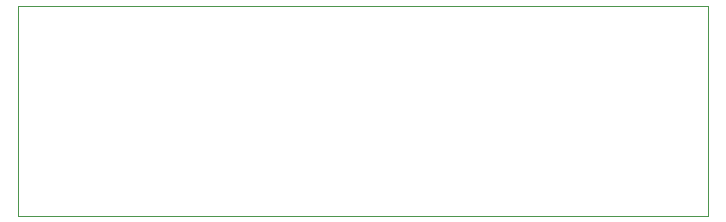
<source format=gbr>
G04 #@! TF.GenerationSoftware,KiCad,Pcbnew,(5.1.0)-1*
G04 #@! TF.CreationDate,2019-03-30T00:31:40+01:00*
G04 #@! TF.ProjectId,UV_Meter,55565f4d-6574-4657-922e-6b696361645f,rev?*
G04 #@! TF.SameCoordinates,Original*
G04 #@! TF.FileFunction,Profile,NP*
%FSLAX46Y46*%
G04 Gerber Fmt 4.6, Leading zero omitted, Abs format (unit mm)*
G04 Created by KiCad (PCBNEW (5.1.0)-1) date 2019-03-30 00:31:40*
%MOMM*%
%LPD*%
G04 APERTURE LIST*
%ADD10C,0.100000*%
G04 APERTURE END LIST*
D10*
X22860000Y-20320000D02*
X81280000Y-20320000D01*
X22860000Y-38100000D02*
X22860000Y-20320000D01*
X81280000Y-38100000D02*
X22860000Y-38100000D01*
X81280000Y-20320000D02*
X81280000Y-38100000D01*
M02*

</source>
